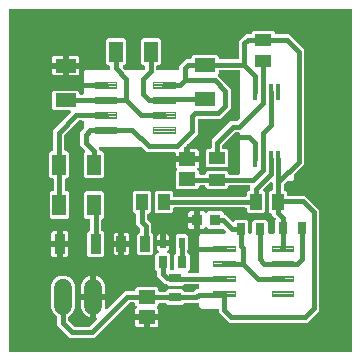
<source format=gtl>
G04 EAGLE Gerber RS-274X export*
G75*
%MOMM*%
%FSLAX34Y34*%
%LPD*%
%INTop Copper*%
%IPPOS*%
%AMOC8*
5,1,8,0,0,1.08239X$1,22.5*%
G01*
G04 Define Apertures*
%ADD10R,1.815300X1.164600*%
%ADD11R,1.465300X1.164600*%
%ADD12R,0.920900X0.970200*%
%ADD13R,0.961800X1.711800*%
%ADD14R,0.817400X1.351900*%
%ADD15R,0.821800X1.351900*%
%ADD16R,0.511800X0.911800*%
%ADD17C,0.120378*%
%ADD18R,0.401500X1.469200*%
%ADD19R,1.164600X1.815300*%
%ADD20R,1.031200X1.420200*%
%ADD21R,0.798700X0.973900*%
%ADD22R,1.420200X1.031200*%
%ADD23R,0.973900X0.798700*%
%ADD24C,1.524000*%
%ADD25C,0.406400*%
G36*
X294653Y4673D02*
X294158Y4572D01*
X5842Y4572D01*
X5384Y4657D01*
X4958Y4930D01*
X4673Y5347D01*
X4572Y5842D01*
X4572Y294158D01*
X4657Y294616D01*
X4930Y295042D01*
X5347Y295327D01*
X5842Y295428D01*
X294158Y295428D01*
X294616Y295343D01*
X295042Y295070D01*
X295327Y294653D01*
X295428Y294158D01*
X295428Y5842D01*
X295343Y5384D01*
X295070Y4958D01*
X294653Y4673D01*
G37*
%LPC*%
G36*
X56526Y17018D02*
X76824Y17018D01*
X106586Y46780D01*
X106989Y47051D01*
X107484Y47152D01*
X110414Y47152D01*
X110871Y47067D01*
X111297Y46794D01*
X111583Y46377D01*
X111684Y45882D01*
X111684Y44849D01*
X112664Y43868D01*
X112928Y43484D01*
X113036Y42990D01*
X112944Y42493D01*
X112664Y42072D01*
X111684Y41091D01*
X111684Y36756D01*
X131417Y36756D01*
X131417Y41091D01*
X130436Y42072D01*
X130172Y42456D01*
X130064Y42950D01*
X130157Y43447D01*
X130436Y43868D01*
X131417Y44849D01*
X131417Y45486D01*
X131502Y45944D01*
X131774Y46370D01*
X132191Y46655D01*
X132687Y46756D01*
X137271Y46756D01*
X137747Y46663D01*
X138169Y46384D01*
X139758Y44795D01*
X151602Y44795D01*
X153191Y46384D01*
X153594Y46655D01*
X154089Y46756D01*
X164730Y46756D01*
X165188Y46671D01*
X165614Y46398D01*
X165899Y45981D01*
X166000Y45486D01*
X166000Y44286D01*
X166030Y43874D01*
X166109Y43515D01*
X166239Y43171D01*
X166418Y42850D01*
X166641Y42559D01*
X166904Y42302D01*
X167201Y42086D01*
X167526Y41915D01*
X167872Y41793D01*
X168240Y41721D01*
X168579Y41700D01*
X181177Y41700D01*
X181635Y41615D01*
X182061Y41342D01*
X182346Y40925D01*
X182447Y40430D01*
X182447Y38417D01*
X191146Y29718D01*
X257308Y29718D01*
X267462Y39872D01*
X267462Y125084D01*
X255549Y136997D01*
X241311Y136997D01*
X240853Y137082D01*
X240427Y137355D01*
X240142Y137772D01*
X240041Y138267D01*
X240041Y140023D01*
X238510Y141554D01*
X238284Y141596D01*
X237858Y141869D01*
X237573Y142286D01*
X237472Y142781D01*
X237472Y146170D01*
X237565Y146647D01*
X237844Y147068D01*
X240054Y149278D01*
X240457Y149549D01*
X240952Y149650D01*
X243424Y149650D01*
X243836Y149680D01*
X244195Y149759D01*
X244539Y149889D01*
X244860Y150068D01*
X245152Y150291D01*
X245408Y150554D01*
X245624Y150851D01*
X245795Y151176D01*
X245917Y151522D01*
X245989Y151890D01*
X246010Y152229D01*
X246010Y154708D01*
X246103Y155185D01*
X246382Y155606D01*
X254762Y163986D01*
X254762Y260974D01*
X241829Y273907D01*
X231278Y273907D01*
X230820Y273992D01*
X230394Y274265D01*
X230109Y274682D01*
X230008Y275177D01*
X230008Y275543D01*
X228520Y277031D01*
X212214Y277031D01*
X210726Y275543D01*
X210726Y275177D01*
X210641Y274719D01*
X210368Y274293D01*
X209951Y274008D01*
X209456Y273907D01*
X205211Y273907D01*
X199324Y268020D01*
X199324Y254066D01*
X199239Y253608D01*
X198966Y253182D01*
X198549Y252897D01*
X198054Y252796D01*
X183967Y252796D01*
X183509Y252881D01*
X183083Y253154D01*
X182797Y253571D01*
X182697Y254066D01*
X182697Y255099D01*
X181209Y256587D01*
X160951Y256587D01*
X159464Y255099D01*
X159464Y254066D01*
X159378Y253608D01*
X159106Y253182D01*
X158689Y252897D01*
X158194Y252796D01*
X154890Y252796D01*
X149098Y247004D01*
X149098Y244900D01*
X149013Y244442D01*
X148740Y244016D01*
X148323Y243731D01*
X147828Y243630D01*
X130716Y243630D01*
X130258Y243715D01*
X129832Y243988D01*
X129547Y244405D01*
X129446Y244900D01*
X129446Y246383D01*
X129531Y246841D01*
X129804Y247267D01*
X130221Y247552D01*
X130716Y247653D01*
X131749Y247653D01*
X133237Y249141D01*
X133237Y269398D01*
X131749Y270886D01*
X117999Y270886D01*
X116511Y269398D01*
X116511Y249141D01*
X117999Y247653D01*
X119032Y247653D01*
X119490Y247568D01*
X119916Y247295D01*
X120201Y246878D01*
X120302Y246383D01*
X120302Y245404D01*
X120209Y244927D01*
X119930Y244506D01*
X119426Y244002D01*
X119024Y243731D01*
X118528Y243630D01*
X103722Y243630D01*
X103245Y243723D01*
X102824Y244002D01*
X101341Y245485D01*
X101086Y245851D01*
X100970Y246343D01*
X101054Y246841D01*
X101327Y247267D01*
X101744Y247552D01*
X102239Y247653D01*
X102241Y247653D01*
X103729Y249141D01*
X103729Y269398D01*
X102241Y270886D01*
X88491Y270886D01*
X87003Y269398D01*
X87003Y249141D01*
X88491Y247653D01*
X89524Y247653D01*
X89982Y247568D01*
X90408Y247295D01*
X90693Y246878D01*
X90794Y246383D01*
X90794Y244900D01*
X90709Y244442D01*
X90436Y244016D01*
X90019Y243731D01*
X89524Y243630D01*
X70796Y243630D01*
X70384Y243600D01*
X70025Y243521D01*
X69681Y243391D01*
X69360Y243212D01*
X69069Y242989D01*
X68812Y242726D01*
X68596Y242429D01*
X68425Y242104D01*
X68303Y241758D01*
X68231Y241390D01*
X68210Y241051D01*
X68210Y224072D01*
X68125Y223614D01*
X67852Y223188D01*
X67435Y222903D01*
X66940Y222802D01*
X65857Y222802D01*
X65399Y222887D01*
X64973Y223160D01*
X64687Y223577D01*
X64587Y224072D01*
X64587Y224791D01*
X63099Y226279D01*
X42841Y226279D01*
X41354Y224791D01*
X41354Y211041D01*
X42841Y209553D01*
X56511Y209553D01*
X56950Y209475D01*
X57380Y209209D01*
X57673Y208797D01*
X57781Y208303D01*
X57688Y207806D01*
X57409Y207385D01*
X42534Y192510D01*
X42534Y176507D01*
X42449Y176049D01*
X42176Y175623D01*
X41759Y175337D01*
X41264Y175237D01*
X40231Y175237D01*
X38743Y173749D01*
X38743Y153491D01*
X40231Y152004D01*
X41734Y152004D01*
X42192Y151918D01*
X42618Y151646D01*
X42903Y151229D01*
X43004Y150734D01*
X43004Y142217D01*
X42919Y141759D01*
X42646Y141333D01*
X42229Y141047D01*
X41734Y140947D01*
X40701Y140947D01*
X39213Y139459D01*
X39213Y119201D01*
X40701Y117714D01*
X54451Y117714D01*
X55939Y119201D01*
X55939Y139459D01*
X54451Y140947D01*
X53418Y140947D01*
X52960Y141032D01*
X52534Y141304D01*
X52249Y141721D01*
X52148Y142217D01*
X52148Y150734D01*
X52233Y151191D01*
X52506Y151617D01*
X52923Y151903D01*
X53418Y152004D01*
X53981Y152004D01*
X55469Y153491D01*
X55469Y173749D01*
X53981Y175237D01*
X52948Y175237D01*
X52490Y175322D01*
X52064Y175594D01*
X51779Y176011D01*
X51678Y176507D01*
X51678Y188196D01*
X51771Y188673D01*
X52050Y189094D01*
X63542Y200586D01*
X63945Y200857D01*
X64440Y200958D01*
X66940Y200958D01*
X67398Y200873D01*
X67824Y200600D01*
X68109Y200183D01*
X68210Y199688D01*
X68210Y194372D01*
X68117Y193895D01*
X67838Y193474D01*
X65278Y190914D01*
X65278Y179716D01*
X68850Y176144D01*
X69114Y175760D01*
X69222Y175266D01*
X69129Y174769D01*
X68850Y174348D01*
X68251Y173749D01*
X68251Y153491D01*
X69739Y152004D01*
X83489Y152004D01*
X84977Y153491D01*
X84977Y173749D01*
X83489Y175237D01*
X82456Y175237D01*
X81998Y175322D01*
X81572Y175594D01*
X81287Y176011D01*
X81186Y176507D01*
X81186Y176761D01*
X80979Y177058D01*
X80863Y177550D01*
X80947Y178048D01*
X81220Y178474D01*
X81637Y178759D01*
X82132Y178860D01*
X116408Y178860D01*
X116885Y178767D01*
X117306Y178488D01*
X121296Y174498D01*
X144704Y174498D01*
X145161Y174413D01*
X145587Y174140D01*
X145873Y173723D01*
X145974Y173228D01*
X145974Y171104D01*
X153300Y171104D01*
X153300Y178197D01*
X154111Y178197D01*
X154132Y178526D01*
X154357Y178978D01*
X154627Y179208D01*
X154616Y179222D01*
X154982Y179501D01*
X155238Y179764D01*
X155454Y180061D01*
X155625Y180386D01*
X155778Y180819D01*
X155793Y180814D01*
X156094Y181378D01*
X164592Y189876D01*
X164592Y201168D01*
X164677Y201626D01*
X164950Y202052D01*
X165367Y202337D01*
X165862Y202438D01*
X183504Y202438D01*
X192532Y211466D01*
X192532Y227954D01*
X181815Y238671D01*
X181551Y239055D01*
X181443Y239549D01*
X181536Y240046D01*
X181815Y240467D01*
X182697Y241349D01*
X182697Y242382D01*
X182782Y242840D01*
X183054Y243266D01*
X183471Y243551D01*
X183967Y243652D01*
X199320Y243652D01*
X199704Y243593D01*
X200146Y243347D01*
X200457Y242949D01*
X200588Y242461D01*
X200518Y241960D01*
X200383Y241576D01*
X200311Y241209D01*
X200290Y240870D01*
X200290Y203472D01*
X200197Y202995D01*
X199918Y202574D01*
X197868Y200524D01*
X197466Y200253D01*
X196970Y200152D01*
X192416Y200152D01*
X176425Y184161D01*
X176425Y177971D01*
X176340Y177513D01*
X176067Y177087D01*
X175650Y176802D01*
X175155Y176701D01*
X172844Y176701D01*
X171356Y175213D01*
X171356Y162797D01*
X172844Y161309D01*
X189150Y161309D01*
X190638Y162797D01*
X190638Y175213D01*
X189150Y176701D01*
X186839Y176701D01*
X186381Y176786D01*
X185955Y177059D01*
X185670Y177476D01*
X185569Y177971D01*
X185569Y179847D01*
X185662Y180324D01*
X185941Y180745D01*
X195832Y190636D01*
X196235Y190907D01*
X196730Y191008D01*
X199020Y191008D01*
X199478Y190923D01*
X199904Y190650D01*
X200189Y190233D01*
X200290Y189738D01*
X200290Y156457D01*
X200205Y155999D01*
X199932Y155573D01*
X199515Y155288D01*
X199020Y155187D01*
X191908Y155187D01*
X191450Y155272D01*
X191024Y155545D01*
X190739Y155962D01*
X190638Y156457D01*
X190638Y156823D01*
X189150Y158311D01*
X172844Y158311D01*
X171356Y156823D01*
X171356Y156457D01*
X171271Y155999D01*
X170998Y155573D01*
X170581Y155288D01*
X170086Y155187D01*
X166977Y155187D01*
X166519Y155272D01*
X166093Y155545D01*
X165807Y155962D01*
X165707Y156457D01*
X165707Y157931D01*
X164726Y158911D01*
X164462Y159296D01*
X164354Y159789D01*
X164447Y160286D01*
X164726Y160708D01*
X165707Y161688D01*
X165707Y166024D01*
X145974Y166024D01*
X145974Y161688D01*
X146954Y160708D01*
X147218Y160323D01*
X147326Y159830D01*
X147234Y159333D01*
X146954Y158911D01*
X145974Y157931D01*
X145974Y144180D01*
X147461Y142693D01*
X164219Y142693D01*
X165707Y144180D01*
X165707Y144773D01*
X165792Y145231D01*
X166064Y145657D01*
X166481Y145942D01*
X166977Y146043D01*
X170086Y146043D01*
X170544Y145958D01*
X170970Y145685D01*
X171255Y145268D01*
X171356Y144773D01*
X171356Y144407D01*
X172844Y142919D01*
X189150Y142919D01*
X190638Y144407D01*
X190638Y144773D01*
X190723Y145231D01*
X190996Y145657D01*
X191413Y145942D01*
X191908Y146043D01*
X208113Y146043D01*
X208571Y145958D01*
X208997Y145685D01*
X209282Y145268D01*
X209383Y144773D01*
X209383Y142781D01*
X209298Y142323D01*
X209025Y141897D01*
X208608Y141612D01*
X208113Y141511D01*
X207747Y141511D01*
X206259Y140023D01*
X206259Y137712D01*
X206174Y137254D01*
X205901Y136828D01*
X205484Y136543D01*
X204989Y136442D01*
X144791Y136442D01*
X144333Y136527D01*
X143907Y136800D01*
X143622Y137217D01*
X143521Y137712D01*
X143521Y140023D01*
X142033Y141511D01*
X129617Y141511D01*
X128129Y140023D01*
X128129Y123717D01*
X129617Y122229D01*
X142033Y122229D01*
X143521Y123717D01*
X143521Y126028D01*
X143606Y126486D01*
X143879Y126912D01*
X144296Y127197D01*
X144791Y127298D01*
X204989Y127298D01*
X205447Y127213D01*
X205873Y126940D01*
X206158Y126523D01*
X206259Y126028D01*
X206259Y123717D01*
X207747Y122229D01*
X220163Y122229D01*
X221651Y123717D01*
X221651Y140023D01*
X220528Y141146D01*
X220265Y141530D01*
X220156Y142024D01*
X220249Y142521D01*
X220528Y142942D01*
X226160Y148574D01*
X226526Y148829D01*
X227018Y148946D01*
X227516Y148861D01*
X227942Y148588D01*
X228227Y148172D01*
X228328Y147676D01*
X228328Y142781D01*
X228243Y142323D01*
X227970Y141897D01*
X227553Y141612D01*
X227058Y141511D01*
X226137Y141511D01*
X224649Y140023D01*
X224649Y123717D01*
X226137Y122229D01*
X226503Y122229D01*
X226961Y122144D01*
X227387Y121871D01*
X227672Y121454D01*
X227741Y121119D01*
X230458Y118401D01*
X230721Y118017D01*
X230830Y117523D01*
X230737Y117027D01*
X230458Y116605D01*
X230055Y116202D01*
X230055Y106470D01*
X229969Y106012D01*
X229697Y105586D01*
X229280Y105301D01*
X228785Y105200D01*
X225136Y105200D01*
X224678Y105285D01*
X224252Y105558D01*
X223966Y105975D01*
X223866Y106470D01*
X223866Y114932D01*
X222378Y116420D01*
X212286Y116420D01*
X210799Y114932D01*
X210799Y106470D01*
X210713Y106012D01*
X210441Y105586D01*
X210024Y105301D01*
X209529Y105200D01*
X208832Y105200D01*
X208374Y105285D01*
X207948Y105558D01*
X207662Y105975D01*
X207562Y106470D01*
X207562Y114932D01*
X206074Y116420D01*
X195982Y116420D01*
X195125Y115562D01*
X194741Y115299D01*
X194248Y115191D01*
X193751Y115283D01*
X193329Y115562D01*
X187651Y121241D01*
X187403Y121287D01*
X186977Y121560D01*
X186691Y121977D01*
X186591Y122472D01*
X186591Y122533D01*
X185103Y124021D01*
X173789Y124021D01*
X172598Y122830D01*
X172214Y122566D01*
X171720Y122458D01*
X171223Y122551D01*
X170802Y122830D01*
X169611Y124021D01*
X166494Y124021D01*
X166494Y109239D01*
X169611Y109239D01*
X170802Y110430D01*
X171186Y110694D01*
X171680Y110802D01*
X172177Y110710D01*
X172598Y110430D01*
X173789Y109239D01*
X185143Y109239D01*
X185398Y109414D01*
X185892Y109522D01*
X186389Y109429D01*
X186810Y109150D01*
X188592Y107368D01*
X188847Y107002D01*
X188964Y106510D01*
X188879Y106012D01*
X188606Y105586D01*
X188190Y105301D01*
X187694Y105200D01*
X168586Y105200D01*
X168174Y105170D01*
X167815Y105091D01*
X167471Y104961D01*
X167150Y104782D01*
X166859Y104559D01*
X166602Y104296D01*
X166386Y103999D01*
X166215Y103674D01*
X166093Y103328D01*
X166021Y102960D01*
X166000Y102621D01*
X166000Y72942D01*
X165915Y72484D01*
X165642Y72058D01*
X165225Y71773D01*
X164730Y71672D01*
X157415Y71672D01*
X156976Y71750D01*
X156546Y72016D01*
X156254Y72428D01*
X156145Y72922D01*
X156238Y73419D01*
X156517Y73840D01*
X157826Y75148D01*
X157826Y86992D01*
X156236Y88581D01*
X155965Y88984D01*
X155864Y89479D01*
X155864Y91068D01*
X155957Y91544D01*
X156236Y91966D01*
X156239Y91969D01*
X156239Y103191D01*
X154751Y104679D01*
X147529Y104679D01*
X146041Y103191D01*
X146041Y91969D01*
X146348Y91662D01*
X146619Y91259D01*
X146720Y90764D01*
X146720Y89479D01*
X146627Y89003D01*
X146348Y88581D01*
X144759Y86992D01*
X144759Y75436D01*
X144673Y74978D01*
X144401Y74552D01*
X143984Y74266D01*
X143489Y74166D01*
X142792Y74166D01*
X142334Y74251D01*
X141908Y74523D01*
X141622Y74940D01*
X141522Y75436D01*
X141522Y86992D01*
X140034Y88480D01*
X139816Y88480D01*
X139377Y88558D01*
X138947Y88823D01*
X138654Y89236D01*
X138546Y89729D01*
X138639Y90226D01*
X138918Y90648D01*
X140239Y91969D01*
X140239Y95040D01*
X130041Y95040D01*
X130041Y91969D01*
X131362Y90648D01*
X131617Y90282D01*
X131734Y89790D01*
X131649Y89292D01*
X131377Y88866D01*
X130960Y88580D01*
X130464Y88480D01*
X129942Y88480D01*
X128920Y87457D01*
X128554Y87202D01*
X128446Y87177D01*
X128455Y87135D01*
X128455Y75148D01*
X130044Y73559D01*
X130315Y73156D01*
X130416Y72661D01*
X130416Y68858D01*
X136536Y62738D01*
X137593Y62738D01*
X138069Y62645D01*
X138491Y62366D01*
X139758Y61099D01*
X151602Y61099D01*
X152659Y62156D01*
X153062Y62427D01*
X153557Y62528D01*
X164730Y62528D01*
X165188Y62443D01*
X165614Y62170D01*
X165899Y61753D01*
X166000Y61258D01*
X166000Y59182D01*
X165915Y58724D01*
X165642Y58298D01*
X165225Y58013D01*
X164730Y57912D01*
X163578Y57912D01*
X161938Y56272D01*
X161536Y56001D01*
X161040Y55900D01*
X154089Y55900D01*
X153613Y55993D01*
X153191Y56272D01*
X151602Y57862D01*
X139758Y57862D01*
X138169Y56272D01*
X137766Y56001D01*
X137271Y55900D01*
X132687Y55900D01*
X132229Y55985D01*
X131803Y56258D01*
X131517Y56675D01*
X131417Y57170D01*
X131417Y58599D01*
X129929Y60087D01*
X113171Y60087D01*
X111684Y58599D01*
X111684Y57566D01*
X111598Y57108D01*
X111326Y56682D01*
X110909Y56397D01*
X110414Y56296D01*
X103170Y56296D01*
X88158Y41284D01*
X87792Y41029D01*
X87300Y40913D01*
X86802Y40997D01*
X86376Y41270D01*
X86091Y41687D01*
X85990Y42182D01*
X85990Y49320D01*
X78370Y49320D01*
X78370Y33975D01*
X78757Y33736D01*
X79050Y33324D01*
X79158Y32830D01*
X79065Y32333D01*
X78786Y31912D01*
X73408Y26534D01*
X73006Y26263D01*
X72510Y26162D01*
X60840Y26162D01*
X60363Y26255D01*
X59942Y26534D01*
X55374Y31102D01*
X55103Y31505D01*
X55002Y32000D01*
X55002Y34288D01*
X55091Y34755D01*
X55367Y35179D01*
X55786Y35461D01*
X56185Y35627D01*
X59043Y38485D01*
X60590Y42219D01*
X60590Y61501D01*
X59043Y65235D01*
X56185Y68093D01*
X52451Y69640D01*
X48409Y69640D01*
X44675Y68093D01*
X41817Y65235D01*
X40270Y61501D01*
X40270Y42219D01*
X41817Y38485D01*
X44675Y35627D01*
X45074Y35461D01*
X45472Y35200D01*
X45757Y34783D01*
X45858Y34288D01*
X45858Y27686D01*
X56526Y17018D01*
G37*
G36*
X41354Y249964D02*
X50430Y249964D01*
X50430Y255787D01*
X42841Y255787D01*
X41354Y254299D01*
X41354Y249964D01*
G37*
G36*
X55510Y249964D02*
X64587Y249964D01*
X64587Y254299D01*
X63099Y255787D01*
X55510Y255787D01*
X55510Y249964D01*
G37*
G36*
X42841Y239061D02*
X50430Y239061D01*
X50430Y244884D01*
X41354Y244884D01*
X41354Y240549D01*
X42841Y239061D01*
G37*
G36*
X55510Y239061D02*
X63099Y239061D01*
X64587Y240549D01*
X64587Y244884D01*
X55510Y244884D01*
X55510Y239061D01*
G37*
G36*
X158380Y171104D02*
X165707Y171104D01*
X165707Y175439D01*
X164219Y176927D01*
X158380Y176927D01*
X158380Y171104D01*
G37*
G36*
X114942Y87011D02*
X125264Y87011D01*
X126286Y88033D01*
X126652Y88288D01*
X126760Y88314D01*
X126752Y88355D01*
X126752Y104122D01*
X125594Y105280D01*
X125323Y105682D01*
X125222Y106178D01*
X125222Y113654D01*
X122379Y116497D01*
X122108Y116900D01*
X122007Y117395D01*
X122007Y120959D01*
X122092Y121417D01*
X122365Y121843D01*
X122782Y122128D01*
X123277Y122229D01*
X123643Y122229D01*
X125131Y123717D01*
X125131Y140023D01*
X123643Y141511D01*
X111227Y141511D01*
X109739Y140023D01*
X109739Y123717D01*
X111227Y122229D01*
X111593Y122229D01*
X112051Y122144D01*
X112477Y121871D01*
X112762Y121454D01*
X112863Y120959D01*
X112863Y113081D01*
X115706Y110238D01*
X115977Y109836D01*
X116078Y109340D01*
X116078Y106880D01*
X115993Y106422D01*
X115720Y105996D01*
X115303Y105710D01*
X114976Y105644D01*
X113454Y104122D01*
X113454Y88498D01*
X114942Y87011D01*
G37*
G36*
X72519Y85211D02*
X84241Y85211D01*
X85729Y86699D01*
X85729Y105921D01*
X84241Y107409D01*
X84222Y107409D01*
X83764Y107494D01*
X83338Y107767D01*
X83053Y108184D01*
X82952Y108679D01*
X82952Y116444D01*
X83037Y116901D01*
X83310Y117327D01*
X83727Y117613D01*
X83892Y117647D01*
X85447Y119201D01*
X85447Y139459D01*
X83959Y140947D01*
X70209Y140947D01*
X68721Y139459D01*
X68721Y119201D01*
X70209Y117714D01*
X72538Y117714D01*
X72996Y117628D01*
X73422Y117356D01*
X73707Y116939D01*
X73808Y116444D01*
X73808Y108679D01*
X73723Y108221D01*
X73450Y107795D01*
X73033Y107510D01*
X72538Y107409D01*
X72519Y107409D01*
X71031Y105921D01*
X71031Y86699D01*
X72519Y85211D01*
G37*
G36*
X156810Y119170D02*
X161414Y119170D01*
X161414Y124021D01*
X158297Y124021D01*
X156810Y122533D01*
X156810Y119170D01*
G37*
G36*
X158297Y109239D02*
X161414Y109239D01*
X161414Y114090D01*
X156810Y114090D01*
X156810Y110727D01*
X158297Y109239D01*
G37*
G36*
X40531Y98850D02*
X45340Y98850D01*
X45340Y107409D01*
X42019Y107409D01*
X40531Y105921D01*
X40531Y98850D01*
G37*
G36*
X50420Y98850D02*
X55229Y98850D01*
X55229Y105921D01*
X53741Y107409D01*
X50420Y107409D01*
X50420Y98850D01*
G37*
G36*
X93488Y98850D02*
X97575Y98850D01*
X97575Y105610D01*
X94976Y105610D01*
X93488Y104122D01*
X93488Y98850D01*
G37*
G36*
X102655Y98850D02*
X106742Y98850D01*
X106742Y104122D01*
X105254Y105610D01*
X102655Y105610D01*
X102655Y98850D01*
G37*
G36*
X130041Y100120D02*
X132600Y100120D01*
X132600Y104679D01*
X131529Y104679D01*
X130041Y103191D01*
X130041Y100120D01*
G37*
G36*
X137680Y100120D02*
X140239Y100120D01*
X140239Y103191D01*
X138751Y104679D01*
X137680Y104679D01*
X137680Y100120D01*
G37*
G36*
X102655Y87011D02*
X105254Y87011D01*
X106742Y88498D01*
X106742Y93770D01*
X102655Y93770D01*
X102655Y87011D01*
G37*
G36*
X94976Y87011D02*
X97575Y87011D01*
X97575Y93770D01*
X93488Y93770D01*
X93488Y88498D01*
X94976Y87011D01*
G37*
G36*
X50420Y85211D02*
X53741Y85211D01*
X55229Y86699D01*
X55229Y93770D01*
X50420Y93770D01*
X50420Y85211D01*
G37*
G36*
X42019Y85211D02*
X45340Y85211D01*
X45340Y93770D01*
X40531Y93770D01*
X40531Y86699D01*
X42019Y85211D01*
G37*
G36*
X65670Y54400D02*
X73290Y54400D01*
X73290Y69425D01*
X70075Y68093D01*
X67217Y65235D01*
X65670Y61501D01*
X65670Y54400D01*
G37*
G36*
X78370Y54400D02*
X85990Y54400D01*
X85990Y61501D01*
X84443Y65235D01*
X81585Y68093D01*
X78370Y69425D01*
X78370Y54400D01*
G37*
G36*
X70075Y35627D02*
X73290Y34295D01*
X73290Y49320D01*
X65670Y49320D01*
X65670Y42219D01*
X67217Y38485D01*
X70075Y35627D01*
G37*
G36*
X124090Y25853D02*
X129929Y25853D01*
X131417Y27341D01*
X131417Y31676D01*
X124090Y31676D01*
X124090Y25853D01*
G37*
G36*
X113171Y25853D02*
X119010Y25853D01*
X119010Y31676D01*
X111684Y31676D01*
X111684Y27341D01*
X113171Y25853D01*
G37*
%LPD*%
D10*
X52970Y217916D03*
X52970Y247424D03*
D11*
X121550Y51724D03*
X121550Y34216D03*
X155840Y151056D03*
X155840Y168564D03*
D12*
X179446Y116630D03*
X163954Y116630D03*
D13*
X47880Y96310D03*
X78380Y96310D03*
D14*
X100115Y96310D03*
D15*
X120103Y96310D03*
D16*
X135140Y97580D03*
X151140Y97580D03*
D17*
X95914Y228523D02*
X77464Y228523D01*
X77464Y233337D01*
X95914Y233337D01*
X95914Y228523D01*
X95914Y229667D02*
X77464Y229667D01*
X77464Y230811D02*
X95914Y230811D01*
X95914Y231955D02*
X77464Y231955D01*
X77464Y233099D02*
X95914Y233099D01*
X95914Y215823D02*
X77464Y215823D01*
X77464Y220637D01*
X95914Y220637D01*
X95914Y215823D01*
X95914Y216967D02*
X77464Y216967D01*
X77464Y218111D02*
X95914Y218111D01*
X95914Y219255D02*
X77464Y219255D01*
X77464Y220399D02*
X95914Y220399D01*
X95914Y203123D02*
X77464Y203123D01*
X77464Y207937D01*
X95914Y207937D01*
X95914Y203123D01*
X95914Y204267D02*
X77464Y204267D01*
X77464Y205411D02*
X95914Y205411D01*
X95914Y206555D02*
X77464Y206555D01*
X77464Y207699D02*
X95914Y207699D01*
X95914Y190423D02*
X77464Y190423D01*
X77464Y195237D01*
X95914Y195237D01*
X95914Y190423D01*
X95914Y191567D02*
X77464Y191567D01*
X77464Y192711D02*
X95914Y192711D01*
X95914Y193855D02*
X77464Y193855D01*
X77464Y194999D02*
X95914Y194999D01*
X126866Y190423D02*
X145316Y190423D01*
X126866Y190423D02*
X126866Y195237D01*
X145316Y195237D01*
X145316Y190423D01*
X145316Y191567D02*
X126866Y191567D01*
X126866Y192711D02*
X145316Y192711D01*
X145316Y193855D02*
X126866Y193855D01*
X126866Y194999D02*
X145316Y194999D01*
X145316Y203123D02*
X126866Y203123D01*
X126866Y207937D01*
X145316Y207937D01*
X145316Y203123D01*
X145316Y204267D02*
X126866Y204267D01*
X126866Y205411D02*
X145316Y205411D01*
X145316Y206555D02*
X126866Y206555D01*
X126866Y207699D02*
X145316Y207699D01*
X145316Y215823D02*
X126866Y215823D01*
X126866Y220637D01*
X145316Y220637D01*
X145316Y215823D01*
X145316Y216967D02*
X126866Y216967D01*
X126866Y218111D02*
X145316Y218111D01*
X145316Y219255D02*
X126866Y219255D01*
X126866Y220399D02*
X145316Y220399D01*
X145316Y228523D02*
X126866Y228523D01*
X126866Y233337D01*
X145316Y233337D01*
X145316Y228523D01*
X145316Y229667D02*
X126866Y229667D01*
X126866Y230811D02*
X145316Y230811D01*
X145316Y231955D02*
X126866Y231955D01*
X126866Y233099D02*
X145316Y233099D01*
D18*
X213400Y167927D03*
X219900Y167927D03*
X226400Y167927D03*
X232900Y167927D03*
X232900Y225353D03*
X226400Y225353D03*
X219900Y225353D03*
X213400Y225353D03*
D17*
X196244Y90093D02*
X177794Y90093D01*
X177794Y94907D01*
X196244Y94907D01*
X196244Y90093D01*
X196244Y91237D02*
X177794Y91237D01*
X177794Y92381D02*
X196244Y92381D01*
X196244Y93525D02*
X177794Y93525D01*
X177794Y94669D02*
X196244Y94669D01*
X196244Y77393D02*
X177794Y77393D01*
X177794Y82207D01*
X196244Y82207D01*
X196244Y77393D01*
X196244Y78537D02*
X177794Y78537D01*
X177794Y79681D02*
X196244Y79681D01*
X196244Y80825D02*
X177794Y80825D01*
X177794Y81969D02*
X196244Y81969D01*
X196244Y64693D02*
X177794Y64693D01*
X177794Y69507D01*
X196244Y69507D01*
X196244Y64693D01*
X196244Y65837D02*
X177794Y65837D01*
X177794Y66981D02*
X196244Y66981D01*
X196244Y68125D02*
X177794Y68125D01*
X177794Y69269D02*
X196244Y69269D01*
X196244Y51993D02*
X177794Y51993D01*
X177794Y56807D01*
X196244Y56807D01*
X196244Y51993D01*
X196244Y53137D02*
X177794Y53137D01*
X177794Y54281D02*
X196244Y54281D01*
X196244Y55425D02*
X177794Y55425D01*
X177794Y56569D02*
X196244Y56569D01*
X227196Y51993D02*
X245646Y51993D01*
X227196Y51993D02*
X227196Y56807D01*
X245646Y56807D01*
X245646Y51993D01*
X245646Y53137D02*
X227196Y53137D01*
X227196Y54281D02*
X245646Y54281D01*
X245646Y55425D02*
X227196Y55425D01*
X227196Y56569D02*
X245646Y56569D01*
X245646Y64693D02*
X227196Y64693D01*
X227196Y69507D01*
X245646Y69507D01*
X245646Y64693D01*
X245646Y65837D02*
X227196Y65837D01*
X227196Y66981D02*
X245646Y66981D01*
X245646Y68125D02*
X227196Y68125D01*
X227196Y69269D02*
X245646Y69269D01*
X245646Y77393D02*
X227196Y77393D01*
X227196Y82207D01*
X245646Y82207D01*
X245646Y77393D01*
X245646Y78537D02*
X227196Y78537D01*
X227196Y79681D02*
X245646Y79681D01*
X245646Y80825D02*
X227196Y80825D01*
X227196Y81969D02*
X245646Y81969D01*
X245646Y90093D02*
X227196Y90093D01*
X227196Y94907D01*
X245646Y94907D01*
X245646Y90093D01*
X245646Y91237D02*
X227196Y91237D01*
X227196Y92381D02*
X245646Y92381D01*
X245646Y93525D02*
X227196Y93525D01*
X227196Y94669D02*
X245646Y94669D01*
D19*
X77084Y129330D03*
X47576Y129330D03*
D20*
X117435Y131870D03*
X135825Y131870D03*
D21*
X151292Y81070D03*
X134988Y81070D03*
D10*
X171080Y248224D03*
X171080Y218716D03*
D22*
X220367Y269335D03*
X220367Y250945D03*
D21*
X236588Y110280D03*
X252892Y110280D03*
D19*
X124874Y259270D03*
X95366Y259270D03*
D22*
X180997Y169005D03*
X180997Y150615D03*
D21*
X217332Y109010D03*
X201028Y109010D03*
D19*
X76614Y163620D03*
X47106Y163620D03*
D20*
X232345Y131870D03*
X213955Y131870D03*
D23*
X145680Y51328D03*
X145680Y67632D03*
D24*
X50430Y59480D02*
X50430Y44240D01*
X75830Y44240D02*
X75830Y59480D01*
D25*
X135825Y131870D02*
X213955Y131870D01*
X226400Y155280D02*
X226400Y167927D01*
X226400Y155280D02*
X213955Y142835D01*
X213955Y131870D01*
X86689Y230930D02*
X56090Y230930D01*
X55880Y231140D01*
X161500Y92500D02*
X187019Y92500D01*
X161500Y92500D02*
X161290Y92710D01*
X213400Y167927D02*
X213400Y181570D01*
X208280Y186690D01*
X198120Y186690D01*
X193040Y181610D01*
X124874Y242984D02*
X124874Y259270D01*
X124874Y242984D02*
X118110Y236220D01*
X118110Y223520D01*
X123400Y218230D01*
X136091Y218230D01*
X136577Y218716D01*
X171080Y218716D01*
X104350Y218230D02*
X86689Y218230D01*
X104350Y218230D02*
X117050Y205530D01*
X136091Y205530D01*
X86689Y218230D02*
X53284Y218230D01*
X52970Y217916D01*
X95366Y244994D02*
X95366Y259270D01*
X95366Y244994D02*
X104350Y236010D01*
X104350Y218230D01*
X50430Y51860D02*
X50430Y29580D01*
X58420Y21590D01*
X74930Y21590D01*
X105064Y51724D01*
X121550Y51724D01*
X121946Y51328D01*
X145680Y51328D01*
X185959Y53340D02*
X187019Y54400D01*
X185959Y53340D02*
X165472Y53340D01*
X163460Y51328D01*
X145680Y51328D01*
X86689Y192830D02*
X73660Y192830D01*
X69850Y189020D02*
X69850Y181610D01*
X76614Y174846D01*
X76614Y163620D01*
X69850Y189020D02*
X73660Y192830D01*
X136091Y230930D02*
X149650Y230930D01*
X153670Y234950D01*
X153670Y245110D01*
X156784Y248224D01*
X171080Y248224D01*
X213400Y238720D02*
X213400Y225353D01*
X213400Y238720D02*
X203896Y248224D01*
X171080Y248224D01*
X207105Y269335D02*
X220367Y269335D01*
X207105Y269335D02*
X203896Y266126D01*
X203896Y248224D01*
X232900Y167927D02*
X232900Y148590D01*
X232900Y132425D01*
X232345Y131870D01*
X232345Y122980D02*
X236588Y118737D01*
X232345Y122980D02*
X232345Y131870D01*
X236588Y118737D02*
X236588Y110280D01*
X187019Y54400D02*
X187019Y40311D01*
X193040Y34290D01*
X255414Y34290D01*
X262890Y41766D01*
X262890Y123190D01*
X253655Y132425D01*
X232900Y132425D01*
X236588Y110280D02*
X236588Y92667D01*
X236421Y92500D01*
X239935Y269335D02*
X220367Y269335D01*
X239935Y269335D02*
X250190Y259080D01*
X250190Y165880D01*
X232900Y148590D01*
X109430Y192830D02*
X86689Y192830D01*
X109430Y192830D02*
X123190Y179070D01*
X147320Y179070D01*
X160020Y191770D01*
X160020Y204470D01*
X162560Y207010D01*
X181610Y207010D01*
X187960Y213360D01*
X187960Y226060D01*
X179070Y234950D01*
X153670Y234950D01*
X219900Y225353D02*
X219900Y250478D01*
X220367Y250945D01*
X219900Y225353D02*
X219900Y216090D01*
X199390Y195580D01*
X194310Y195580D01*
X180997Y182267D01*
X180997Y169005D01*
X226400Y197190D02*
X226400Y225353D01*
X226400Y197190D02*
X219900Y190690D01*
X219900Y167927D01*
X219900Y158940D01*
X211575Y150615D01*
X180997Y150615D01*
X156281Y150615D01*
X155840Y151056D01*
X47576Y163150D02*
X47576Y129330D01*
X47576Y163150D02*
X47106Y163620D01*
X62020Y205530D02*
X86689Y205530D01*
X62020Y205530D02*
X47106Y190616D01*
X47106Y163620D01*
X252892Y110280D02*
X252892Y83982D01*
X248710Y79800D01*
X240030Y79800D01*
X236421Y79800D01*
X217332Y83658D02*
X217332Y109010D01*
X217332Y83658D02*
X221190Y79800D01*
X236421Y79800D01*
X201930Y79800D02*
X187019Y79800D01*
X201930Y79800D02*
X203410Y79800D01*
X216110Y67100D01*
X236421Y67100D01*
X201028Y94882D02*
X201028Y109010D01*
X201028Y94882D02*
X203200Y92710D01*
X203200Y81070D01*
X201930Y79800D01*
X193416Y109010D02*
X185796Y116630D01*
X179446Y116630D01*
X193416Y109010D02*
X201028Y109010D01*
X187019Y67100D02*
X146212Y67100D01*
X145680Y67632D01*
X134988Y70752D02*
X134988Y81070D01*
X134988Y70752D02*
X138430Y67310D01*
X145358Y67310D01*
X145680Y67632D01*
X78380Y96310D02*
X78380Y128034D01*
X77084Y129330D01*
X117435Y131870D02*
X117435Y114975D01*
X120650Y111760D01*
X120650Y96857D01*
X120103Y96310D01*
X151292Y97428D02*
X151292Y81070D01*
X151292Y97428D02*
X151140Y97580D01*
M02*

</source>
